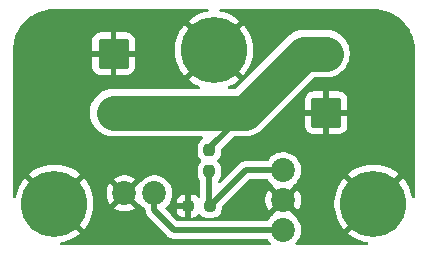
<source format=gbr>
%TF.GenerationSoftware,KiCad,Pcbnew,9.0.0-1.fc41*%
%TF.CreationDate,2025-04-21T01:51:51+02:00*%
%TF.ProjectId,relay_board,72656c61-795f-4626-9f61-72642e6b6963,rev?*%
%TF.SameCoordinates,Original*%
%TF.FileFunction,Copper,L1,Top*%
%TF.FilePolarity,Positive*%
%FSLAX46Y46*%
G04 Gerber Fmt 4.6, Leading zero omitted, Abs format (unit mm)*
G04 Created by KiCad (PCBNEW 9.0.0-1.fc41) date 2025-04-21 01:51:51*
%MOMM*%
%LPD*%
G01*
G04 APERTURE LIST*
G04 Aperture macros list*
%AMRoundRect*
0 Rectangle with rounded corners*
0 $1 Rounding radius*
0 $2 $3 $4 $5 $6 $7 $8 $9 X,Y pos of 4 corners*
0 Add a 4 corners polygon primitive as box body*
4,1,4,$2,$3,$4,$5,$6,$7,$8,$9,$2,$3,0*
0 Add four circle primitives for the rounded corners*
1,1,$1+$1,$2,$3*
1,1,$1+$1,$4,$5*
1,1,$1+$1,$6,$7*
1,1,$1+$1,$8,$9*
0 Add four rect primitives between the rounded corners*
20,1,$1+$1,$2,$3,$4,$5,0*
20,1,$1+$1,$4,$5,$6,$7,0*
20,1,$1+$1,$6,$7,$8,$9,0*
20,1,$1+$1,$8,$9,$2,$3,0*%
G04 Aperture macros list end*
%TA.AperFunction,ComponentPad*%
%ADD10C,2.020000*%
%TD*%
%TA.AperFunction,SMDPad,CuDef*%
%ADD11RoundRect,0.237500X0.250000X0.237500X-0.250000X0.237500X-0.250000X-0.237500X0.250000X-0.237500X0*%
%TD*%
%TA.AperFunction,ComponentPad*%
%ADD12RoundRect,0.250000X1.050000X-1.050000X1.050000X1.050000X-1.050000X1.050000X-1.050000X-1.050000X0*%
%TD*%
%TA.AperFunction,ComponentPad*%
%ADD13C,2.600000*%
%TD*%
%TA.AperFunction,ComponentPad*%
%ADD14C,5.600000*%
%TD*%
%TA.AperFunction,ComponentPad*%
%ADD15RoundRect,0.250000X-1.050000X1.050000X-1.050000X-1.050000X1.050000X-1.050000X1.050000X1.050000X0*%
%TD*%
%TA.AperFunction,SMDPad,CuDef*%
%ADD16RoundRect,0.237500X-0.237500X0.250000X-0.237500X-0.250000X0.237500X-0.250000X0.237500X0.250000X0*%
%TD*%
%TA.AperFunction,ViaPad*%
%ADD17C,0.600000*%
%TD*%
%TA.AperFunction,Conductor*%
%ADD18C,3.000000*%
%TD*%
%TA.AperFunction,Conductor*%
%ADD19C,0.500000*%
%TD*%
G04 APERTURE END LIST*
D10*
%TO.P,J2,3*%
%TO.N,/Vcc*%
X153357500Y-82155000D03*
%TO.P,J2,2*%
%TO.N,GND*%
X153357500Y-84695000D03*
%TO.P,J2,1*%
%TO.N,/In*%
X153357500Y-87235000D03*
%TD*%
D11*
%TO.P,R2,1*%
%TO.N,/Vcc*%
X147157500Y-85200000D03*
%TO.P,R2,2*%
%TO.N,GND*%
X145332500Y-85200000D03*
%TD*%
D12*
%TO.P,J3,1,Pin_1*%
%TO.N,GND*%
X157000000Y-77300000D03*
D13*
%TO.P,J3,2,Pin_2*%
%TO.N,+16V*%
X157000000Y-72300000D03*
%TD*%
D14*
%TO.P,H1,1,1*%
%TO.N,GND*%
X147500000Y-72000000D03*
%TD*%
D15*
%TO.P,J1,1,Pin_1*%
%TO.N,GND*%
X139000000Y-72300000D03*
D13*
%TO.P,J1,2,Pin_2*%
%TO.N,+16V*%
X139000000Y-77300000D03*
%TD*%
D10*
%TO.P,SW1,1*%
%TO.N,GND*%
X139917500Y-84125000D03*
%TO.P,SW1,2*%
%TO.N,/In*%
X142457500Y-84125000D03*
%TD*%
D14*
%TO.P,H2,1,1*%
%TO.N,GND*%
X134000000Y-85000000D03*
%TD*%
D16*
%TO.P,R1,1*%
%TO.N,+16V*%
X147107500Y-80450000D03*
%TO.P,R1,2*%
%TO.N,/Vcc*%
X147107500Y-82275000D03*
%TD*%
D14*
%TO.P,H3,1,1*%
%TO.N,GND*%
X161000000Y-85000000D03*
%TD*%
D17*
%TO.N,GND*%
X150800000Y-84600000D03*
X140000000Y-81800000D03*
X139800000Y-86400000D03*
X154000000Y-77400000D03*
X142400000Y-72400000D03*
X163200000Y-77200000D03*
X163000000Y-72000000D03*
X132000000Y-72000000D03*
X132000000Y-80000000D03*
X145000000Y-80000000D03*
X151000000Y-80000000D03*
%TD*%
D18*
%TO.N,+16V*%
X139000000Y-77300000D02*
X150107500Y-77300000D01*
X157000000Y-72300000D02*
X155107500Y-72300000D01*
X155107500Y-72300000D02*
X150107500Y-77300000D01*
D19*
%TO.N,/In*%
X142457500Y-84125000D02*
X142457500Y-85575000D01*
X142457500Y-85575000D02*
X144107500Y-87225000D01*
X144107500Y-87225000D02*
X146507500Y-87225000D01*
X146507500Y-87225000D02*
X146517500Y-87235000D01*
X146517500Y-87235000D02*
X153357500Y-87235000D01*
%TO.N,/Vcc*%
X147157500Y-85200000D02*
X150202500Y-82155000D01*
X150202500Y-82155000D02*
X153357500Y-82155000D01*
X147107500Y-82275000D02*
X147107500Y-85150000D01*
X147107500Y-85150000D02*
X147157500Y-85200000D01*
%TO.N,+16V*%
X147107500Y-80450000D02*
X147107500Y-80300000D01*
X147107500Y-80300000D02*
X150107500Y-77300000D01*
%TD*%
%TA.AperFunction,Conductor*%
%TO.N,GND*%
G36*
X146985978Y-68520185D02*
G01*
X147031733Y-68572989D01*
X147041677Y-68642147D01*
X147012652Y-68705703D01*
X146953874Y-68743477D01*
X146943130Y-68746117D01*
X146697218Y-68795030D01*
X146697207Y-68795033D01*
X146386921Y-68889157D01*
X146087364Y-69013238D01*
X146087359Y-69013240D01*
X145801419Y-69166079D01*
X145801401Y-69166090D01*
X145531829Y-69346212D01*
X145531815Y-69346222D01*
X145349444Y-69495890D01*
X145349443Y-69495891D01*
X146559301Y-70705748D01*
X146457670Y-70779588D01*
X146279588Y-70957670D01*
X146205748Y-71059301D01*
X144995891Y-69849443D01*
X144995890Y-69849444D01*
X144846222Y-70031815D01*
X144846212Y-70031829D01*
X144666090Y-70301401D01*
X144666079Y-70301419D01*
X144513240Y-70587359D01*
X144513238Y-70587364D01*
X144389157Y-70886921D01*
X144295033Y-71197207D01*
X144295030Y-71197218D01*
X144231782Y-71515198D01*
X144231779Y-71515215D01*
X144200000Y-71837884D01*
X144200000Y-72162115D01*
X144231779Y-72484784D01*
X144231782Y-72484801D01*
X144295030Y-72802781D01*
X144295033Y-72802792D01*
X144389157Y-73113078D01*
X144513238Y-73412635D01*
X144513240Y-73412640D01*
X144666079Y-73698580D01*
X144666090Y-73698598D01*
X144846212Y-73968170D01*
X144846222Y-73968184D01*
X144995890Y-74150554D01*
X144995891Y-74150555D01*
X146205748Y-72940698D01*
X146279588Y-73042330D01*
X146457670Y-73220412D01*
X146559300Y-73294251D01*
X145349443Y-74504107D01*
X145349444Y-74504108D01*
X145531815Y-74653777D01*
X145531829Y-74653787D01*
X145801401Y-74833909D01*
X145801419Y-74833920D01*
X146087359Y-74986759D01*
X146087364Y-74986761D01*
X146266444Y-75060939D01*
X146320847Y-75104780D01*
X146342912Y-75171074D01*
X146325633Y-75238774D01*
X146274495Y-75286384D01*
X146218991Y-75299500D01*
X138868872Y-75299500D01*
X138637772Y-75329926D01*
X138608884Y-75333730D01*
X138355581Y-75401602D01*
X138355571Y-75401605D01*
X138113309Y-75501953D01*
X138113299Y-75501958D01*
X137886196Y-75633075D01*
X137678148Y-75792718D01*
X137492718Y-75978148D01*
X137333075Y-76186196D01*
X137201958Y-76413299D01*
X137201953Y-76413309D01*
X137101605Y-76655571D01*
X137101602Y-76655581D01*
X137033730Y-76908885D01*
X136999500Y-77168872D01*
X136999500Y-77431127D01*
X137015151Y-77550000D01*
X137033730Y-77691116D01*
X137101602Y-77944418D01*
X137101605Y-77944428D01*
X137201953Y-78186690D01*
X137201958Y-78186700D01*
X137333075Y-78413803D01*
X137492718Y-78621851D01*
X137492726Y-78621860D01*
X137678140Y-78807274D01*
X137678147Y-78807280D01*
X137678149Y-78807282D01*
X137726554Y-78844424D01*
X137886196Y-78966924D01*
X138113299Y-79098041D01*
X138113309Y-79098046D01*
X138355571Y-79198394D01*
X138355581Y-79198398D01*
X138608884Y-79266270D01*
X138868880Y-79300500D01*
X146485299Y-79300500D01*
X146552338Y-79320185D01*
X146598093Y-79372989D01*
X146608037Y-79442147D01*
X146579012Y-79505703D01*
X146550396Y-79530039D01*
X146409148Y-79617161D01*
X146287161Y-79739148D01*
X146196593Y-79885981D01*
X146196592Y-79885984D01*
X146142326Y-80049747D01*
X146142326Y-80049748D01*
X146142325Y-80049748D01*
X146132000Y-80150815D01*
X146132000Y-80749169D01*
X146132001Y-80749187D01*
X146142325Y-80850252D01*
X146146584Y-80863104D01*
X146192894Y-81002857D01*
X146196592Y-81014015D01*
X146196593Y-81014018D01*
X146287161Y-81160851D01*
X146401129Y-81274819D01*
X146434614Y-81336142D01*
X146429630Y-81405834D01*
X146401129Y-81450181D01*
X146287161Y-81564148D01*
X146196593Y-81710981D01*
X146196592Y-81710984D01*
X146142326Y-81874747D01*
X146142326Y-81874748D01*
X146142325Y-81874748D01*
X146132000Y-81975815D01*
X146132000Y-82574169D01*
X146132001Y-82574187D01*
X146142325Y-82675252D01*
X146159019Y-82725629D01*
X146196592Y-82839016D01*
X146260001Y-82941819D01*
X146287161Y-82985851D01*
X146320681Y-83019371D01*
X146354166Y-83080694D01*
X146357000Y-83107052D01*
X146357000Y-84394655D01*
X146337315Y-84461694D01*
X146284511Y-84507449D01*
X146215353Y-84517393D01*
X146151797Y-84488368D01*
X146145319Y-84482336D01*
X146043038Y-84380055D01*
X146043034Y-84380052D01*
X145896311Y-84289551D01*
X145896300Y-84289546D01*
X145732652Y-84235319D01*
X145631654Y-84225000D01*
X145582500Y-84225000D01*
X145582500Y-86174999D01*
X145631640Y-86174999D01*
X145631654Y-86174998D01*
X145732652Y-86164680D01*
X145896300Y-86110453D01*
X145896311Y-86110448D01*
X146043033Y-86019948D01*
X146156964Y-85906017D01*
X146218287Y-85872532D01*
X146287979Y-85877516D01*
X146332327Y-85906017D01*
X146446650Y-86020340D01*
X146593484Y-86110908D01*
X146757247Y-86165174D01*
X146858323Y-86175500D01*
X147456676Y-86175499D01*
X147456684Y-86175498D01*
X147456687Y-86175498D01*
X147512030Y-86169844D01*
X147557753Y-86165174D01*
X147721516Y-86110908D01*
X147868350Y-86020340D01*
X147990340Y-85898350D01*
X148080908Y-85751516D01*
X148135174Y-85587753D01*
X148145500Y-85486677D01*
X148145499Y-85324729D01*
X148165183Y-85257690D01*
X148181813Y-85237053D01*
X150477048Y-82941819D01*
X150538371Y-82908334D01*
X150564729Y-82905500D01*
X151972507Y-82905500D01*
X152039546Y-82925185D01*
X152072825Y-82956614D01*
X152205355Y-83139025D01*
X152373475Y-83307145D01*
X152430988Y-83348931D01*
X152430990Y-83348932D01*
X152473656Y-83404262D01*
X152481723Y-83458978D01*
X152481234Y-83465181D01*
X153219925Y-84203871D01*
X153160647Y-84219755D01*
X153044353Y-84286898D01*
X152949398Y-84381853D01*
X152882255Y-84498147D01*
X152866371Y-84557424D01*
X152127681Y-83818734D01*
X152127680Y-83818735D01*
X152066034Y-83903584D01*
X151958129Y-84115358D01*
X151884681Y-84341403D01*
X151884681Y-84341406D01*
X151847500Y-84576154D01*
X151847500Y-84813845D01*
X151884681Y-85048593D01*
X151884681Y-85048596D01*
X151958129Y-85274641D01*
X152066032Y-85486412D01*
X152127681Y-85571263D01*
X152127682Y-85571264D01*
X152866371Y-84832574D01*
X152882255Y-84891853D01*
X152949398Y-85008147D01*
X153044353Y-85103102D01*
X153160647Y-85170245D01*
X153219925Y-85186128D01*
X152481234Y-85924817D01*
X152481723Y-85931019D01*
X152467359Y-85999397D01*
X152430992Y-86041065D01*
X152373475Y-86082854D01*
X152205357Y-86250972D01*
X152205357Y-86250973D01*
X152205355Y-86250975D01*
X152141255Y-86339201D01*
X152072825Y-86433386D01*
X152017495Y-86476051D01*
X151972507Y-86484500D01*
X146643903Y-86484500D01*
X146619710Y-86482117D01*
X146581419Y-86474500D01*
X146581418Y-86474500D01*
X144469729Y-86474500D01*
X144402690Y-86454815D01*
X144382048Y-86438181D01*
X143868683Y-85924816D01*
X143430521Y-85486654D01*
X144345001Y-85486654D01*
X144355319Y-85587652D01*
X144409546Y-85751300D01*
X144409551Y-85751311D01*
X144500052Y-85898034D01*
X144500055Y-85898038D01*
X144621961Y-86019944D01*
X144621965Y-86019947D01*
X144768688Y-86110448D01*
X144768699Y-86110453D01*
X144932347Y-86164680D01*
X145033351Y-86174999D01*
X145082499Y-86174998D01*
X145082500Y-86174998D01*
X145082500Y-85450000D01*
X144345001Y-85450000D01*
X144345001Y-85486654D01*
X143430521Y-85486654D01*
X143416465Y-85472598D01*
X143382982Y-85411277D01*
X143387966Y-85341585D01*
X143429838Y-85285652D01*
X143431216Y-85284634D01*
X143441525Y-85277145D01*
X143609645Y-85109025D01*
X143749396Y-84916675D01*
X143751093Y-84913345D01*
X144345000Y-84913345D01*
X144345000Y-84950000D01*
X145082500Y-84950000D01*
X145082500Y-84225000D01*
X145082499Y-84224999D01*
X145033361Y-84225000D01*
X145033343Y-84225001D01*
X144932347Y-84235319D01*
X144768699Y-84289546D01*
X144768688Y-84289551D01*
X144621965Y-84380052D01*
X144621961Y-84380055D01*
X144500055Y-84501961D01*
X144500052Y-84501965D01*
X144409551Y-84648688D01*
X144409546Y-84648699D01*
X144355319Y-84812347D01*
X144345000Y-84913345D01*
X143751093Y-84913345D01*
X143857335Y-84704831D01*
X143930807Y-84478710D01*
X143952547Y-84341446D01*
X143968000Y-84243884D01*
X143968000Y-84006115D01*
X143932121Y-83779588D01*
X143930807Y-83771290D01*
X143857335Y-83545169D01*
X143749396Y-83333325D01*
X143609645Y-83140975D01*
X143441525Y-82972855D01*
X143249175Y-82833104D01*
X143037331Y-82725165D01*
X142811210Y-82651693D01*
X142811208Y-82651692D01*
X142811206Y-82651692D01*
X142576384Y-82614500D01*
X142576379Y-82614500D01*
X142338621Y-82614500D01*
X142338616Y-82614500D01*
X142103793Y-82651692D01*
X141877666Y-82725166D01*
X141665824Y-82833104D01*
X141580382Y-82895182D01*
X141473475Y-82972855D01*
X141473473Y-82972857D01*
X141473472Y-82972857D01*
X141305354Y-83140975D01*
X141263565Y-83198492D01*
X141208234Y-83241157D01*
X141153519Y-83249223D01*
X141147317Y-83248734D01*
X140408628Y-83987424D01*
X140392745Y-83928147D01*
X140325602Y-83811853D01*
X140230647Y-83716898D01*
X140114353Y-83649755D01*
X140055075Y-83633871D01*
X140793764Y-82895182D01*
X140793763Y-82895181D01*
X140708912Y-82833532D01*
X140497141Y-82725629D01*
X140271094Y-82652181D01*
X140036345Y-82615000D01*
X139798655Y-82615000D01*
X139563906Y-82652181D01*
X139563903Y-82652181D01*
X139337858Y-82725629D01*
X139126084Y-82833534D01*
X139041235Y-82895180D01*
X139041234Y-82895181D01*
X139779925Y-83633871D01*
X139720647Y-83649755D01*
X139604353Y-83716898D01*
X139509398Y-83811853D01*
X139442255Y-83928147D01*
X139426371Y-83987424D01*
X138687681Y-83248734D01*
X138687680Y-83248735D01*
X138626034Y-83333584D01*
X138518129Y-83545358D01*
X138444681Y-83771403D01*
X138444681Y-83771406D01*
X138407500Y-84006154D01*
X138407500Y-84243845D01*
X138444681Y-84478593D01*
X138444681Y-84478596D01*
X138518129Y-84704641D01*
X138626032Y-84916412D01*
X138687681Y-85001263D01*
X138687682Y-85001264D01*
X139426371Y-84262574D01*
X139442255Y-84321853D01*
X139509398Y-84438147D01*
X139604353Y-84533102D01*
X139720647Y-84600245D01*
X139779925Y-84616128D01*
X139041234Y-85354817D01*
X139041235Y-85354818D01*
X139126082Y-85416463D01*
X139126095Y-85416471D01*
X139337858Y-85524370D01*
X139563905Y-85597818D01*
X139798655Y-85635000D01*
X140036345Y-85635000D01*
X140271093Y-85597818D01*
X140271096Y-85597818D01*
X140497141Y-85524370D01*
X140708912Y-85416467D01*
X140793763Y-85354817D01*
X140055074Y-84616128D01*
X140114353Y-84600245D01*
X140230647Y-84533102D01*
X140325602Y-84438147D01*
X140392745Y-84321853D01*
X140408628Y-84262575D01*
X141147316Y-85001263D01*
X141153517Y-85000775D01*
X141221895Y-85015139D01*
X141263564Y-85051505D01*
X141305355Y-85109025D01*
X141473475Y-85277145D01*
X141655885Y-85409674D01*
X141698551Y-85465004D01*
X141707000Y-85509992D01*
X141707000Y-85648918D01*
X141707000Y-85648920D01*
X141706999Y-85648920D01*
X141735840Y-85793907D01*
X141735843Y-85793917D01*
X141792413Y-85930490D01*
X141792414Y-85930491D01*
X141792416Y-85930495D01*
X141805782Y-85950498D01*
X141805783Y-85950501D01*
X141874546Y-86053414D01*
X141874552Y-86053421D01*
X143175012Y-87353879D01*
X143524548Y-87703415D01*
X143524549Y-87703416D01*
X143629084Y-87807951D01*
X143629085Y-87807952D01*
X143751998Y-87890080D01*
X143752011Y-87890087D01*
X143888582Y-87946656D01*
X143888587Y-87946658D01*
X143888591Y-87946658D01*
X143888592Y-87946659D01*
X144033579Y-87975500D01*
X144033582Y-87975500D01*
X146381097Y-87975500D01*
X146405290Y-87977883D01*
X146443581Y-87985500D01*
X146443582Y-87985500D01*
X151972507Y-87985500D01*
X152039546Y-88005185D01*
X152072825Y-88036614D01*
X152205355Y-88219025D01*
X152205357Y-88219027D01*
X152274149Y-88287819D01*
X152307634Y-88349142D01*
X152302650Y-88418834D01*
X152260778Y-88474767D01*
X152195314Y-88499184D01*
X152186468Y-88499500D01*
X134581061Y-88499500D01*
X134514022Y-88479815D01*
X134468267Y-88427011D01*
X134458323Y-88357853D01*
X134487348Y-88294297D01*
X134546126Y-88256523D01*
X134556870Y-88253883D01*
X134802781Y-88204969D01*
X134802792Y-88204966D01*
X135113078Y-88110842D01*
X135412635Y-87986761D01*
X135412640Y-87986759D01*
X135698580Y-87833920D01*
X135698598Y-87833909D01*
X135968170Y-87653787D01*
X135968183Y-87653777D01*
X136150554Y-87504108D01*
X136150554Y-87504107D01*
X134940698Y-86294251D01*
X135042330Y-86220412D01*
X135220412Y-86042330D01*
X135294251Y-85940698D01*
X136504107Y-87150554D01*
X136504108Y-87150554D01*
X136653777Y-86968183D01*
X136653787Y-86968170D01*
X136833909Y-86698598D01*
X136833920Y-86698580D01*
X136986759Y-86412640D01*
X136986761Y-86412635D01*
X137110842Y-86113078D01*
X137204966Y-85802792D01*
X137204969Y-85802781D01*
X137268217Y-85484801D01*
X137268220Y-85484785D01*
X137286872Y-85295404D01*
X137300000Y-85162115D01*
X137300000Y-84837884D01*
X137268220Y-84515215D01*
X137268217Y-84515198D01*
X137204969Y-84197218D01*
X137204966Y-84197207D01*
X137156454Y-84037283D01*
X137110842Y-83886921D01*
X136986761Y-83587364D01*
X136986759Y-83587359D01*
X136833920Y-83301419D01*
X136833909Y-83301401D01*
X136653787Y-83031829D01*
X136653776Y-83031814D01*
X136644989Y-83021107D01*
X136644988Y-83021106D01*
X136504107Y-82849443D01*
X135294250Y-84059300D01*
X135220412Y-83957670D01*
X135042330Y-83779588D01*
X134940697Y-83705747D01*
X136150555Y-82495891D01*
X136150554Y-82495890D01*
X135968184Y-82346222D01*
X135968170Y-82346212D01*
X135698598Y-82166090D01*
X135698580Y-82166079D01*
X135412640Y-82013240D01*
X135412635Y-82013238D01*
X135113078Y-81889157D01*
X134802792Y-81795033D01*
X134802781Y-81795030D01*
X134484801Y-81731782D01*
X134484784Y-81731779D01*
X134162116Y-81700000D01*
X133837884Y-81700000D01*
X133515215Y-81731779D01*
X133515198Y-81731782D01*
X133197218Y-81795030D01*
X133197207Y-81795033D01*
X132886921Y-81889157D01*
X132587364Y-82013238D01*
X132587359Y-82013240D01*
X132301419Y-82166079D01*
X132301401Y-82166090D01*
X132031829Y-82346212D01*
X132031815Y-82346222D01*
X131849444Y-82495890D01*
X131849443Y-82495891D01*
X133059301Y-83705748D01*
X132957670Y-83779588D01*
X132779588Y-83957670D01*
X132705748Y-84059301D01*
X131495891Y-82849443D01*
X131495890Y-82849444D01*
X131346222Y-83031815D01*
X131346212Y-83031829D01*
X131166090Y-83301401D01*
X131166079Y-83301419D01*
X131013240Y-83587359D01*
X131013238Y-83587364D01*
X130889157Y-83886921D01*
X130795033Y-84197207D01*
X130795030Y-84197218D01*
X130746117Y-84443130D01*
X130713733Y-84505041D01*
X130653017Y-84539615D01*
X130583247Y-84535876D01*
X130526575Y-84495010D01*
X130500994Y-84429992D01*
X130500500Y-84418939D01*
X130500500Y-72003051D01*
X130500649Y-71996967D01*
X130517052Y-71663072D01*
X130518245Y-71650962D01*
X130538384Y-71515198D01*
X130566849Y-71323296D01*
X130569219Y-71311382D01*
X130597115Y-71200013D01*
X137200000Y-71200013D01*
X137200000Y-72050000D01*
X138399999Y-72050000D01*
X138374979Y-72110402D01*
X138350000Y-72235981D01*
X138350000Y-72364019D01*
X138374979Y-72489598D01*
X138399999Y-72550000D01*
X137200001Y-72550000D01*
X137200001Y-73399986D01*
X137210494Y-73502697D01*
X137265641Y-73669119D01*
X137265643Y-73669124D01*
X137357684Y-73818345D01*
X137481654Y-73942315D01*
X137630875Y-74034356D01*
X137630880Y-74034358D01*
X137797302Y-74089505D01*
X137797309Y-74089506D01*
X137900019Y-74099999D01*
X138749999Y-74099999D01*
X138750000Y-74099998D01*
X138750000Y-72900001D01*
X138810402Y-72925021D01*
X138935981Y-72950000D01*
X139064019Y-72950000D01*
X139189598Y-72925021D01*
X139250000Y-72900001D01*
X139250000Y-74099999D01*
X140099972Y-74099999D01*
X140099986Y-74099998D01*
X140202697Y-74089505D01*
X140369119Y-74034358D01*
X140369124Y-74034356D01*
X140518345Y-73942315D01*
X140642315Y-73818345D01*
X140734356Y-73669124D01*
X140734358Y-73669119D01*
X140789505Y-73502697D01*
X140789506Y-73502690D01*
X140799999Y-73399986D01*
X140800000Y-73399973D01*
X140800000Y-72550000D01*
X139600001Y-72550000D01*
X139625021Y-72489598D01*
X139650000Y-72364019D01*
X139650000Y-72235981D01*
X139625021Y-72110402D01*
X139600001Y-72050000D01*
X140799999Y-72050000D01*
X140799999Y-71200028D01*
X140799998Y-71200013D01*
X140789505Y-71097302D01*
X140734358Y-70930880D01*
X140734356Y-70930875D01*
X140642315Y-70781654D01*
X140518345Y-70657684D01*
X140369124Y-70565643D01*
X140369119Y-70565641D01*
X140202697Y-70510494D01*
X140202690Y-70510493D01*
X140099986Y-70500000D01*
X139250000Y-70500000D01*
X139250000Y-71699998D01*
X139189598Y-71674979D01*
X139064019Y-71650000D01*
X138935981Y-71650000D01*
X138810402Y-71674979D01*
X138750000Y-71699998D01*
X138750000Y-70500000D01*
X137900028Y-70500000D01*
X137900012Y-70500001D01*
X137797302Y-70510494D01*
X137630880Y-70565641D01*
X137630875Y-70565643D01*
X137481654Y-70657684D01*
X137357684Y-70781654D01*
X137265643Y-70930875D01*
X137265641Y-70930880D01*
X137210494Y-71097302D01*
X137210493Y-71097309D01*
X137200000Y-71200013D01*
X130597115Y-71200013D01*
X130649710Y-70990043D01*
X130653240Y-70978411D01*
X130685976Y-70886921D01*
X130764835Y-70666525D01*
X130769476Y-70655318D01*
X130911124Y-70355828D01*
X130916840Y-70345136D01*
X131087145Y-70060998D01*
X131093888Y-70050905D01*
X131291232Y-69784818D01*
X131298935Y-69775433D01*
X131521405Y-69529975D01*
X131529975Y-69521405D01*
X131775433Y-69298935D01*
X131784818Y-69291232D01*
X132050905Y-69093888D01*
X132060998Y-69087145D01*
X132345136Y-68916840D01*
X132355828Y-68911124D01*
X132655318Y-68769476D01*
X132666525Y-68764835D01*
X132978412Y-68653239D01*
X132990043Y-68649710D01*
X133311385Y-68569218D01*
X133323296Y-68566849D01*
X133650962Y-68518244D01*
X133663068Y-68517052D01*
X133996967Y-68500648D01*
X134003051Y-68500500D01*
X134065892Y-68500500D01*
X146918939Y-68500500D01*
X146985978Y-68520185D01*
G37*
%TD.AperFunction*%
%TA.AperFunction,Conductor*%
G36*
X161003032Y-68500648D02*
G01*
X161336929Y-68517052D01*
X161349037Y-68518245D01*
X161362116Y-68520185D01*
X161676699Y-68566849D01*
X161688617Y-68569219D01*
X162009951Y-68649709D01*
X162021588Y-68653240D01*
X162092806Y-68678722D01*
X162333467Y-68764832D01*
X162344688Y-68769479D01*
X162644163Y-68911120D01*
X162654871Y-68916844D01*
X162815698Y-69013240D01*
X162938988Y-69087137D01*
X162949106Y-69093897D01*
X163215170Y-69291224D01*
X163224576Y-69298944D01*
X163470013Y-69521395D01*
X163478604Y-69529986D01*
X163665755Y-69736475D01*
X163701055Y-69775423D01*
X163708775Y-69784829D01*
X163906102Y-70050893D01*
X163912862Y-70061011D01*
X164067415Y-70318868D01*
X164083148Y-70345116D01*
X164088883Y-70355844D01*
X164220005Y-70633079D01*
X164230514Y-70655297D01*
X164235170Y-70666540D01*
X164346759Y-70978411D01*
X164350292Y-70990055D01*
X164430777Y-71311369D01*
X164433151Y-71323305D01*
X164481754Y-71650962D01*
X164482947Y-71663071D01*
X164499351Y-71996966D01*
X164499500Y-72003051D01*
X164499500Y-84418939D01*
X164479815Y-84485978D01*
X164427011Y-84531733D01*
X164357853Y-84541677D01*
X164294297Y-84512652D01*
X164256523Y-84453874D01*
X164253883Y-84443130D01*
X164204969Y-84197218D01*
X164204966Y-84197207D01*
X164110842Y-83886921D01*
X163986761Y-83587364D01*
X163986759Y-83587359D01*
X163833920Y-83301419D01*
X163833909Y-83301401D01*
X163653787Y-83031829D01*
X163653777Y-83031815D01*
X163504108Y-82849444D01*
X163504107Y-82849443D01*
X162294251Y-84059300D01*
X162220412Y-83957670D01*
X162042330Y-83779588D01*
X161940697Y-83705747D01*
X163150555Y-82495891D01*
X163150554Y-82495890D01*
X162968184Y-82346222D01*
X162968170Y-82346212D01*
X162698598Y-82166090D01*
X162698580Y-82166079D01*
X162412640Y-82013240D01*
X162412635Y-82013238D01*
X162113078Y-81889157D01*
X161802792Y-81795033D01*
X161802781Y-81795030D01*
X161484801Y-81731782D01*
X161484784Y-81731779D01*
X161162116Y-81700000D01*
X160837884Y-81700000D01*
X160515215Y-81731779D01*
X160515198Y-81731782D01*
X160197218Y-81795030D01*
X160197207Y-81795033D01*
X159886921Y-81889157D01*
X159587364Y-82013238D01*
X159587359Y-82013240D01*
X159301419Y-82166079D01*
X159301401Y-82166090D01*
X159031829Y-82346212D01*
X159031815Y-82346222D01*
X158849444Y-82495890D01*
X158849443Y-82495891D01*
X160059301Y-83705748D01*
X159957670Y-83779588D01*
X159779588Y-83957670D01*
X159705748Y-84059301D01*
X158495891Y-82849443D01*
X158495890Y-82849444D01*
X158346222Y-83031815D01*
X158346212Y-83031829D01*
X158166090Y-83301401D01*
X158166079Y-83301419D01*
X158013240Y-83587359D01*
X158013238Y-83587364D01*
X157889157Y-83886921D01*
X157795033Y-84197207D01*
X157795030Y-84197218D01*
X157731782Y-84515198D01*
X157731779Y-84515215D01*
X157700000Y-84837884D01*
X157700000Y-85162115D01*
X157731779Y-85484784D01*
X157731782Y-85484801D01*
X157795030Y-85802781D01*
X157795033Y-85802792D01*
X157889157Y-86113078D01*
X158013238Y-86412635D01*
X158013240Y-86412640D01*
X158166079Y-86698580D01*
X158166090Y-86698598D01*
X158346212Y-86968170D01*
X158346222Y-86968184D01*
X158495890Y-87150554D01*
X158495891Y-87150555D01*
X159705748Y-85940698D01*
X159779588Y-86042330D01*
X159957670Y-86220412D01*
X160059300Y-86294251D01*
X158849443Y-87504107D01*
X158849444Y-87504108D01*
X159031815Y-87653777D01*
X159031829Y-87653787D01*
X159301401Y-87833909D01*
X159301419Y-87833920D01*
X159587359Y-87986759D01*
X159587364Y-87986761D01*
X159886921Y-88110842D01*
X160197207Y-88204966D01*
X160197218Y-88204969D01*
X160443130Y-88253883D01*
X160505041Y-88286267D01*
X160539615Y-88346983D01*
X160535876Y-88416753D01*
X160495010Y-88473425D01*
X160429992Y-88499006D01*
X160418939Y-88499500D01*
X154528532Y-88499500D01*
X154461493Y-88479815D01*
X154415738Y-88427011D01*
X154405794Y-88357853D01*
X154434819Y-88294297D01*
X154440851Y-88287819D01*
X154474787Y-88253883D01*
X154509645Y-88219025D01*
X154649396Y-88026675D01*
X154757335Y-87814831D01*
X154830807Y-87588710D01*
X154857461Y-87420421D01*
X154868000Y-87353884D01*
X154868000Y-87116115D01*
X154830807Y-86881293D01*
X154830807Y-86881290D01*
X154757335Y-86655169D01*
X154649396Y-86443325D01*
X154509645Y-86250975D01*
X154341525Y-86082855D01*
X154284006Y-86041065D01*
X154241342Y-85985736D01*
X154233275Y-85931017D01*
X154233763Y-85924816D01*
X153495074Y-85186128D01*
X153554353Y-85170245D01*
X153670647Y-85103102D01*
X153765602Y-85008147D01*
X153832745Y-84891853D01*
X153848628Y-84832575D01*
X154587317Y-85571264D01*
X154587317Y-85571263D01*
X154648967Y-85486412D01*
X154756870Y-85274641D01*
X154830318Y-85048596D01*
X154830318Y-85048593D01*
X154867231Y-84815544D01*
X154867246Y-84815447D01*
X154867500Y-84813842D01*
X154867500Y-84576154D01*
X154830318Y-84341406D01*
X154830318Y-84341403D01*
X154756870Y-84115358D01*
X154648971Y-83903595D01*
X154648963Y-83903582D01*
X154587318Y-83818735D01*
X154587317Y-83818734D01*
X153848628Y-84557424D01*
X153832745Y-84498147D01*
X153765602Y-84381853D01*
X153670647Y-84286898D01*
X153554353Y-84219755D01*
X153495074Y-84203871D01*
X154233763Y-83465182D01*
X154233275Y-83458980D01*
X154247639Y-83390603D01*
X154284004Y-83348936D01*
X154341525Y-83307145D01*
X154509645Y-83139025D01*
X154649396Y-82946675D01*
X154757335Y-82734831D01*
X154830807Y-82508710D01*
X154847337Y-82404340D01*
X154868000Y-82273884D01*
X154868000Y-82036115D01*
X154830807Y-81801293D01*
X154830807Y-81801290D01*
X154757335Y-81575169D01*
X154649396Y-81363325D01*
X154509645Y-81170975D01*
X154341525Y-81002855D01*
X154149175Y-80863104D01*
X153937331Y-80755165D01*
X153711210Y-80681693D01*
X153711208Y-80681692D01*
X153711206Y-80681692D01*
X153476384Y-80644500D01*
X153476379Y-80644500D01*
X153238621Y-80644500D01*
X153238616Y-80644500D01*
X153003793Y-80681692D01*
X153003790Y-80681693D01*
X152796080Y-80749183D01*
X152777666Y-80755166D01*
X152565824Y-80863104D01*
X152456081Y-80942837D01*
X152373475Y-81002855D01*
X152373473Y-81002857D01*
X152373472Y-81002857D01*
X152205357Y-81170972D01*
X152205357Y-81170973D01*
X152205355Y-81170975D01*
X152129908Y-81274819D01*
X152072825Y-81353386D01*
X152017495Y-81396051D01*
X151972507Y-81404500D01*
X150128580Y-81404500D01*
X149983592Y-81433340D01*
X149983582Y-81433343D01*
X149847011Y-81489912D01*
X149846998Y-81489919D01*
X149724084Y-81572048D01*
X149724080Y-81572051D01*
X148069681Y-83226451D01*
X148050244Y-83237063D01*
X148033511Y-83251564D01*
X148020179Y-83253480D01*
X148008358Y-83259936D01*
X147986271Y-83258356D01*
X147964353Y-83261508D01*
X147952101Y-83255912D01*
X147938666Y-83254952D01*
X147920939Y-83241681D01*
X147900797Y-83232483D01*
X147893514Y-83221151D01*
X147882733Y-83213080D01*
X147874995Y-83192334D01*
X147863023Y-83173705D01*
X147859871Y-83151786D01*
X147858316Y-83147616D01*
X147858000Y-83138770D01*
X147858000Y-83107052D01*
X147877685Y-83040013D01*
X147894319Y-83019371D01*
X147927840Y-82985850D01*
X148018408Y-82839016D01*
X148072674Y-82675253D01*
X148083000Y-82574177D01*
X148082999Y-81975824D01*
X148072674Y-81874747D01*
X148018408Y-81710984D01*
X147927840Y-81564150D01*
X147813871Y-81450181D01*
X147780386Y-81388858D01*
X147785370Y-81319166D01*
X147813871Y-81274819D01*
X147927840Y-81160850D01*
X148018408Y-81014016D01*
X148072674Y-80850253D01*
X148083000Y-80749177D01*
X148082999Y-80437228D01*
X148102683Y-80370190D01*
X148119313Y-80349553D01*
X149132048Y-79336819D01*
X149193371Y-79303334D01*
X149219729Y-79300500D01*
X150238613Y-79300500D01*
X150238620Y-79300500D01*
X150368618Y-79283385D01*
X150498616Y-79266271D01*
X150751919Y-79198398D01*
X150994197Y-79098043D01*
X151149107Y-79008606D01*
X151221303Y-78966924D01*
X151311631Y-78897611D01*
X151429351Y-78807283D01*
X154036621Y-76200013D01*
X155200000Y-76200013D01*
X155200000Y-77050000D01*
X156399999Y-77050000D01*
X156374979Y-77110402D01*
X156350000Y-77235981D01*
X156350000Y-77364019D01*
X156374979Y-77489598D01*
X156399999Y-77550000D01*
X155200001Y-77550000D01*
X155200001Y-78399986D01*
X155210494Y-78502697D01*
X155265641Y-78669119D01*
X155265643Y-78669124D01*
X155357684Y-78818345D01*
X155481654Y-78942315D01*
X155630875Y-79034356D01*
X155630880Y-79034358D01*
X155797302Y-79089505D01*
X155797309Y-79089506D01*
X155900019Y-79099999D01*
X156749999Y-79099999D01*
X156750000Y-79099998D01*
X156750000Y-77900001D01*
X156810402Y-77925021D01*
X156935981Y-77950000D01*
X157064019Y-77950000D01*
X157189598Y-77925021D01*
X157250000Y-77900001D01*
X157250000Y-79099999D01*
X158099972Y-79099999D01*
X158099986Y-79099998D01*
X158202697Y-79089505D01*
X158369119Y-79034358D01*
X158369124Y-79034356D01*
X158518345Y-78942315D01*
X158642315Y-78818345D01*
X158734356Y-78669124D01*
X158734358Y-78669119D01*
X158789505Y-78502697D01*
X158789506Y-78502690D01*
X158799999Y-78399986D01*
X158800000Y-78399973D01*
X158800000Y-77550000D01*
X157600001Y-77550000D01*
X157625021Y-77489598D01*
X157650000Y-77364019D01*
X157650000Y-77235981D01*
X157625021Y-77110402D01*
X157600001Y-77050000D01*
X158799999Y-77050000D01*
X158799999Y-76200028D01*
X158799998Y-76200013D01*
X158789505Y-76097302D01*
X158734358Y-75930880D01*
X158734356Y-75930875D01*
X158642315Y-75781654D01*
X158518345Y-75657684D01*
X158369124Y-75565643D01*
X158369119Y-75565641D01*
X158202697Y-75510494D01*
X158202690Y-75510493D01*
X158099986Y-75500000D01*
X157250000Y-75500000D01*
X157250000Y-76699998D01*
X157189598Y-76674979D01*
X157064019Y-76650000D01*
X156935981Y-76650000D01*
X156810402Y-76674979D01*
X156750000Y-76699998D01*
X156750000Y-75500000D01*
X155900028Y-75500000D01*
X155900012Y-75500001D01*
X155797302Y-75510494D01*
X155630880Y-75565641D01*
X155630875Y-75565643D01*
X155481654Y-75657684D01*
X155357684Y-75781654D01*
X155265643Y-75930875D01*
X155265641Y-75930880D01*
X155210494Y-76097302D01*
X155210493Y-76097309D01*
X155200000Y-76200013D01*
X154036621Y-76200013D01*
X155899815Y-74336819D01*
X155961138Y-74303334D01*
X155987496Y-74300500D01*
X157131113Y-74300500D01*
X157131120Y-74300500D01*
X157391116Y-74266270D01*
X157644419Y-74198398D01*
X157886697Y-74098043D01*
X158113803Y-73966924D01*
X158321851Y-73807282D01*
X158321855Y-73807277D01*
X158321860Y-73807274D01*
X158507274Y-73621860D01*
X158507277Y-73621855D01*
X158507282Y-73621851D01*
X158666924Y-73413803D01*
X158798043Y-73186697D01*
X158898398Y-72944419D01*
X158966270Y-72691116D01*
X159000500Y-72431120D01*
X159000500Y-72168880D01*
X158966270Y-71908884D01*
X158898398Y-71655581D01*
X158894614Y-71646446D01*
X158798046Y-71413309D01*
X158798041Y-71413299D01*
X158666924Y-71186196D01*
X158507281Y-70978148D01*
X158507274Y-70978140D01*
X158321860Y-70792726D01*
X158321851Y-70792718D01*
X158113803Y-70633075D01*
X157886700Y-70501958D01*
X157886690Y-70501953D01*
X157644428Y-70401605D01*
X157644421Y-70401603D01*
X157644419Y-70401602D01*
X157391116Y-70333730D01*
X157333339Y-70326123D01*
X157131127Y-70299500D01*
X157131120Y-70299500D01*
X154976380Y-70299500D01*
X154976372Y-70299500D01*
X154829268Y-70318868D01*
X154829267Y-70318868D01*
X154716388Y-70333728D01*
X154463080Y-70401602D01*
X154220814Y-70501951D01*
X154220800Y-70501958D01*
X153993691Y-70633079D01*
X153930310Y-70681715D01*
X153930309Y-70681716D01*
X153785650Y-70792715D01*
X153785643Y-70792721D01*
X149315185Y-75263181D01*
X149253862Y-75296666D01*
X149227504Y-75299500D01*
X148781009Y-75299500D01*
X148713970Y-75279815D01*
X148668215Y-75227011D01*
X148658271Y-75157853D01*
X148687296Y-75094297D01*
X148733556Y-75060939D01*
X148912635Y-74986761D01*
X148912640Y-74986759D01*
X149198580Y-74833920D01*
X149198598Y-74833909D01*
X149468170Y-74653787D01*
X149468183Y-74653777D01*
X149650554Y-74504108D01*
X149650554Y-74504107D01*
X148440698Y-73294251D01*
X148542330Y-73220412D01*
X148720412Y-73042330D01*
X148794251Y-72940698D01*
X150004107Y-74150554D01*
X150004108Y-74150554D01*
X150153777Y-73968183D01*
X150153787Y-73968170D01*
X150333909Y-73698598D01*
X150333920Y-73698580D01*
X150486759Y-73412640D01*
X150486761Y-73412635D01*
X150610842Y-73113078D01*
X150704966Y-72802792D01*
X150704969Y-72802781D01*
X150768217Y-72484801D01*
X150768220Y-72484784D01*
X150800000Y-72162115D01*
X150800000Y-71837884D01*
X150768220Y-71515215D01*
X150768217Y-71515198D01*
X150704969Y-71197218D01*
X150704966Y-71197207D01*
X150610842Y-70886921D01*
X150486761Y-70587364D01*
X150486759Y-70587359D01*
X150333920Y-70301419D01*
X150333909Y-70301401D01*
X150153787Y-70031829D01*
X150153777Y-70031815D01*
X150004108Y-69849444D01*
X150004107Y-69849443D01*
X148794250Y-71059300D01*
X148720412Y-70957670D01*
X148542330Y-70779588D01*
X148440697Y-70705747D01*
X149650555Y-69495891D01*
X149650554Y-69495890D01*
X149468184Y-69346222D01*
X149468170Y-69346212D01*
X149198598Y-69166090D01*
X149198580Y-69166079D01*
X148912640Y-69013240D01*
X148912635Y-69013238D01*
X148613078Y-68889157D01*
X148302792Y-68795033D01*
X148302781Y-68795030D01*
X148056870Y-68746117D01*
X147994959Y-68713733D01*
X147960385Y-68653017D01*
X147964124Y-68583247D01*
X148004990Y-68526575D01*
X148070008Y-68500994D01*
X148081061Y-68500500D01*
X160934108Y-68500500D01*
X160996949Y-68500500D01*
X161003032Y-68500648D01*
G37*
%TD.AperFunction*%
%TD*%
M02*

</source>
